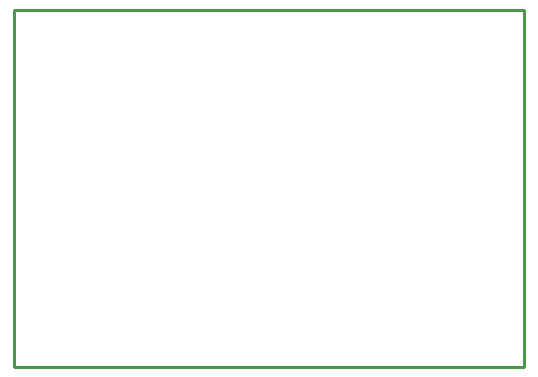
<source format=gbr>
G04 EAGLE Gerber RS-274X export*
G75*
%MOMM*%
%FSLAX34Y34*%
%LPD*%
%IN*%
%IPPOS*%
%AMOC8*
5,1,8,0,0,1.08239X$1,22.5*%
G01*
%ADD10C,0.254000*%


D10*
X63500Y101600D02*
X495100Y101600D01*
X495100Y403100D01*
X63500Y403100D01*
X63500Y101600D01*
M02*

</source>
